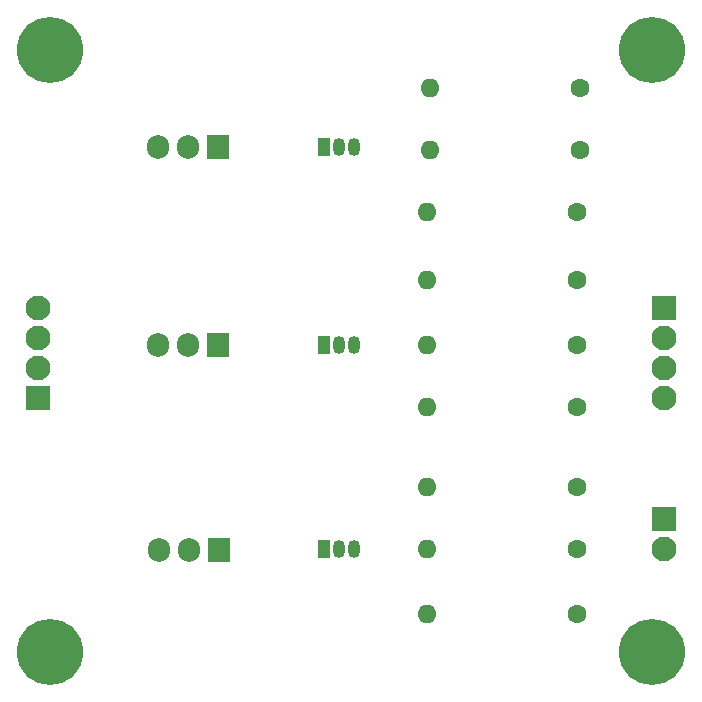
<source format=gbr>
%TF.GenerationSoftware,KiCad,Pcbnew,7.0.8*%
%TF.CreationDate,2023-11-11T13:48:29-05:00*%
%TF.ProjectId,StackLight,53746163-6b4c-4696-9768-742e6b696361,rev?*%
%TF.SameCoordinates,Original*%
%TF.FileFunction,Soldermask,Top*%
%TF.FilePolarity,Negative*%
%FSLAX46Y46*%
G04 Gerber Fmt 4.6, Leading zero omitted, Abs format (unit mm)*
G04 Created by KiCad (PCBNEW 7.0.8) date 2023-11-11 13:48:29*
%MOMM*%
%LPD*%
G01*
G04 APERTURE LIST*
%ADD10R,1.905000X2.000000*%
%ADD11O,1.905000X2.000000*%
%ADD12C,5.600000*%
%ADD13C,3.600000*%
%ADD14C,1.600000*%
%ADD15O,1.600000X1.600000*%
%ADD16R,1.050000X1.500000*%
%ADD17O,1.050000X1.500000*%
%ADD18R,2.100000X2.100000*%
%ADD19C,2.100000*%
G04 APERTURE END LIST*
D10*
%TO.C,Q4*%
X124500000Y-97250000D03*
D11*
X121960000Y-97250000D03*
X119420000Y-97250000D03*
%TD*%
D12*
%TO.C,H2*%
X161250000Y-72250000D03*
D13*
X161250000Y-72250000D03*
%TD*%
D14*
%TO.C,R5*%
X154850000Y-97250000D03*
D15*
X142150000Y-97250000D03*
%TD*%
D16*
%TO.C,Q1*%
X133480000Y-114500000D03*
D17*
X134750000Y-114500000D03*
X136020000Y-114500000D03*
%TD*%
D14*
%TO.C,R3*%
X154850000Y-109250000D03*
D15*
X142150000Y-109250000D03*
%TD*%
D10*
%TO.C,Q6*%
X124500000Y-80500000D03*
D11*
X121960000Y-80500000D03*
X119420000Y-80500000D03*
%TD*%
D12*
%TO.C,H3*%
X110250000Y-123250000D03*
D13*
X110250000Y-123250000D03*
%TD*%
%TO.C,H1*%
X110250000Y-72250000D03*
D12*
X110250000Y-72250000D03*
%TD*%
D18*
%TO.C,J3*%
X162250000Y-111980000D03*
D19*
X162250000Y-114520000D03*
%TD*%
D14*
%TO.C,R8*%
X155100000Y-80750000D03*
D15*
X142400000Y-80750000D03*
%TD*%
D16*
%TO.C,Q3*%
X133460000Y-97250000D03*
D17*
X134730000Y-97250000D03*
X136000000Y-97250000D03*
%TD*%
D14*
%TO.C,R6*%
X154850000Y-91750000D03*
D15*
X142150000Y-91750000D03*
%TD*%
D16*
%TO.C,Q5*%
X133460000Y-80500000D03*
D17*
X134730000Y-80500000D03*
X136000000Y-80500000D03*
%TD*%
D14*
%TO.C,R9*%
X155100000Y-75500000D03*
D15*
X142400000Y-75500000D03*
%TD*%
D18*
%TO.C,J2*%
X109250000Y-101740000D03*
D19*
X109250000Y-99200000D03*
X109250000Y-96660000D03*
X109250000Y-94120000D03*
%TD*%
D14*
%TO.C,R7*%
X154850000Y-86000000D03*
D15*
X142150000Y-86000000D03*
%TD*%
D10*
%TO.C,Q2*%
X124540000Y-114555000D03*
D11*
X122000000Y-114555000D03*
X119460000Y-114555000D03*
%TD*%
D18*
%TO.C,J1*%
X162250000Y-94130000D03*
D19*
X162250000Y-96670000D03*
X162250000Y-99210000D03*
X162250000Y-101750000D03*
%TD*%
D14*
%TO.C,R2*%
X154850000Y-114500000D03*
D15*
X142150000Y-114500000D03*
%TD*%
D13*
%TO.C,H4*%
X161250000Y-123250000D03*
D12*
X161250000Y-123250000D03*
%TD*%
D14*
%TO.C,R1*%
X154850000Y-120000000D03*
D15*
X142150000Y-120000000D03*
%TD*%
D14*
%TO.C,R4*%
X154850000Y-102500000D03*
D15*
X142150000Y-102500000D03*
%TD*%
M02*

</source>
